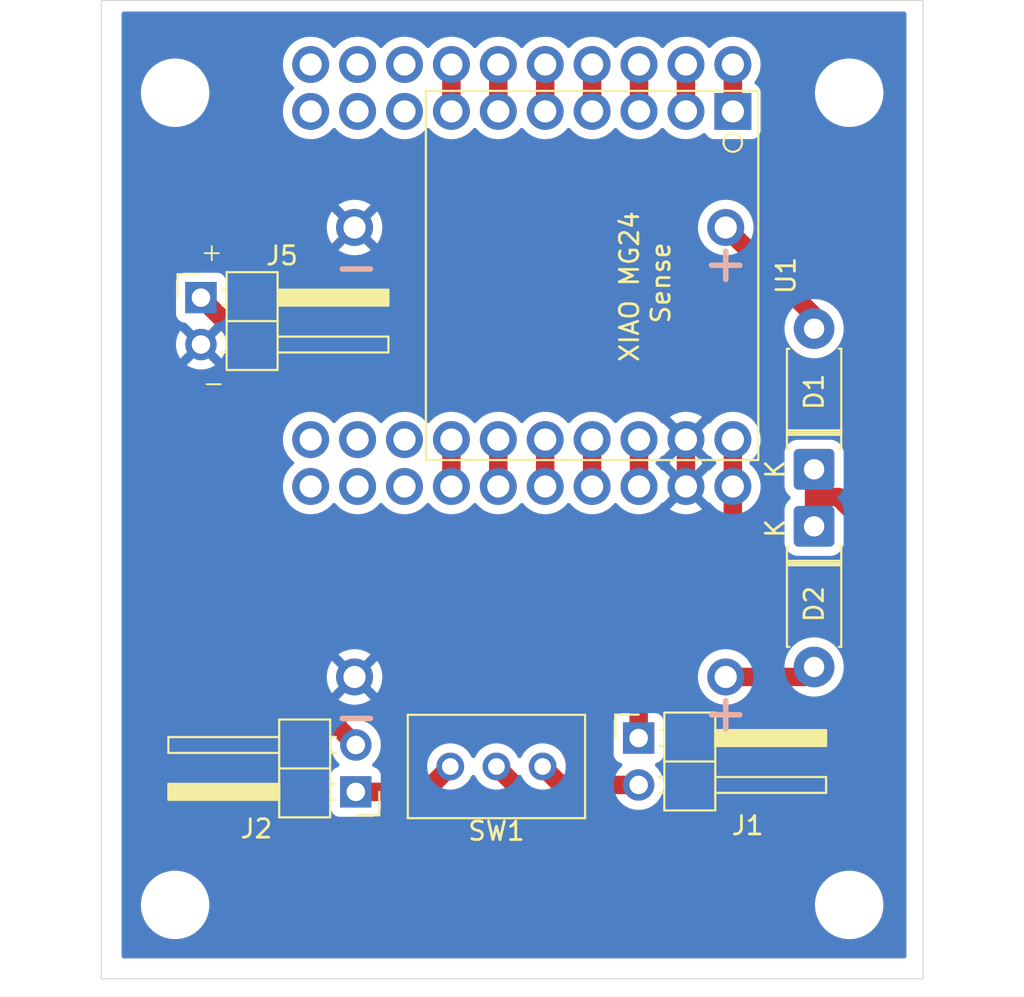
<source format=kicad_pcb>
(kicad_pcb (version 20241229) (generator "pcbnew") (generator_version "9.0")
  (layers (0 "F.Cu" signal) (2 "B.Cu" signal) (13 "F.Paste" user) (15 "B.Paste" user) (5 "F.SilkS" user "F.Silkscreen") (7 "B.SilkS" user "B.Silkscreen") (1 "F.Mask" user) (3 "B.Mask" user) (25 "Edge.Cuts" user))
  (net 0 "")
  (net 1 "GND")
  (net 2 "Net-(BT1-+)")
  (net 3 "Net-(J1-Pin_2)")
  (net 4 "Net-(J2-Pin_1)")
  (net 5 "Net-(J2-Pin_2)")
  (net 6 "5V")
  (net 7 "unconnected-(U1-D3{slash}PB01-Pad4)")
  (net 8 "unconnected-(U1-D5{slash}PC05{slash}SCL-Pad6)")
  (net 9 "unconnected-(U1-D10{slash}PA00-Pad11)")
  (net 10 "unconnected-(U1-3V3-Pad12)")
  (net 11 "unconnected-(U1-D4{slash}PC04{slash}SDA-Pad5)_1")
  (net 12 "Net-(BT2-+)")
  (net 13 "Net-(D1-K)")
  (net 14 "unconnected-(U1-D7{slash}PC07{slash}RX-Pad8)")
  (net 15 "unconnected-(U1-D9{slash}PA04{slash}MISO-Pad10)")
  (net 16 "unconnected-(U1-D1{slash}PA09-Pad2)")
  (net 17 "unconnected-(U1-D2{slash}PB00-Pad3)_1")
  (net 18 "unconnected-(U1-D0{slash}PA08-Pad1)")
  (net 19 "unconnected-(U1-D8{slash}PA03{slash}SCK-Pad9)_1")
  (net 20 "unconnected-(U1-D6{slash}PC06{slash}TX-Pad7)_1")
  (footprint "Diode_THT:D_DO-41_SOD81_P7.62mm_Horizontal" (layer "F.Cu") (at 236.6 50.4 90)
    (property "Reference" "D1" (at 4.2 0 90) (layer "F.SilkS"))
    (property "Value" "D_Schottky")
    (fp_line (start 6.53 -1.47) (end 6.53 -1.34) (stroke (width 0.12)) (layer "F.SilkS"))
    (fp_line (start 2.11 -1.47) (end 2.11 1.47) (stroke (width 0.12)) (layer "F.SilkS"))
    (fp_line (start 1.99 -1.47) (end 1.99 1.47) (stroke (width 0.12)) (layer "F.SilkS"))
    (fp_line (start 1.87 -1.47) (end 1.87 1.47) (stroke (width 0.12)) (layer "F.SilkS"))
    (fp_line (start 1.09 -1.47) (end 6.53 -1.47) (stroke (width 0.12)) (layer "F.SilkS"))
    (fp_line (start 1.09 -1.34) (end 1.09 -1.47) (stroke (width 0.12)) (layer "F.SilkS"))
    (fp_line (start 1.09 1.34) (end 1.09 1.47) (stroke (width 0.12)) (layer "F.SilkS"))
    (fp_line (start 6.53 1.47) (end 6.53 1.34) (stroke (width 0.12)) (layer "F.SilkS"))
    (fp_line (start 1.09 1.47) (end 6.53 1.47) (stroke (width 0.12)) (layer "F.SilkS"))
    (fp_text user "K" (at 0 -2.1 90) (layer "F.SilkS"))
    (pad "1" thru_hole roundrect (at 0 0 90) (size 2.2 2.2) (drill 1.1) (layers "*.Cu" "*.Mask") (roundrect_rratio 0.113636) (net 13 "Net-(D1-K)"))
    (pad "2" thru_hole circle (at 7.62 0 90) (size 2.2 2.2) (drill 1.1) (layers "*.Cu" "*.Mask") (net 2 "Net-(BT1-+)"))
  )
  (footprint "MountingHole:MountingHole_3.2mm_M3" (layer "F.Cu") (at 238.5 74)
    (property "Reference" "REF**" (hide yes))
    (property "Value" "MountingHole_3.2mm_M3")
    (pad "" np_thru_hole circle (at 0 0) (size 3.2 3.2) (drill 3.2) (layers "*.Cu" "*.Mask"))
  )
  (footprint "Connector_PinHeader_2.54mm:PinHeader_1x02_P2.54mm_Horizontal" (layer "F.Cu") (at 227.1 64.96)
    (property "Reference" "J1" (at 5.9 4.74 0) (layer "F.SilkS"))
    (property "Value" "Conn_01x02_Pin")
    (fp_line (start -1.27 -1.27) (end 0 -1.27) (stroke (width 0.12)) (layer "F.SilkS"))
    (fp_line (start -1.27 0) (end -1.27 -1.27) (stroke (width 0.12)) (layer "F.SilkS"))
    (fp_line (start 1.077358 2.11) (end 1.39 2.11) (stroke (width 0.12)) (layer "F.SilkS"))
    (fp_line (start 1.077358 2.97) (end 1.39 2.97) (stroke (width 0.12)) (layer "F.SilkS"))
    (fp_line (start 1.16 -0.43) (end 1.39 -0.43) (stroke (width 0.12)) (layer "F.SilkS"))
    (fp_line (start 1.16 0.43) (end 1.39 0.43) (stroke (width 0.12)) (layer "F.SilkS"))
    (fp_line (start 1.39 -1.38) (end 1.39 3.92) (stroke (width 0.12)) (layer "F.SilkS"))
    (fp_line (start 1.39 1.27) (end 4.15 1.27) (stroke (width 0.12)) (layer "F.SilkS"))
    (fp_line (start 1.39 3.92) (end 4.15 3.92) (stroke (width 0.12)) (layer "F.SilkS"))
    (fp_line (start 4.15 -1.38) (end 1.39 -1.38) (stroke (width 0.12)) (layer "F.SilkS"))
    (fp_line (start 4.15 2.11) (end 10.15 2.11) (stroke (width 0.12)) (layer "F.SilkS"))
    (fp_line (start 4.15 3.92) (end 4.15 -1.38) (stroke (width 0.12)) (layer "F.SilkS"))
    (fp_line (start 10.15 2.11) (end 10.15 2.97) (stroke (width 0.12)) (layer "F.SilkS"))
    (fp_line (start 10.15 2.97) (end 4.15 2.97) (stroke (width 0.12)) (layer "F.SilkS"))
    (fp_rect (start 4.15 -0.43) (end 10.15 0.43) (stroke (width 0.12)) (fill yes) (layer "F.SilkS"))
    (pad "1" thru_hole rect (at 0 0) (size 1.7 1.7) (drill 1) (layers "*.Cu" "*.Mask") (net 6 "5V"))
    (pad "2" thru_hole circle (at 0 2.54) (size 1.7 1.7) (drill 1) (layers "*.Cu" "*.Mask") (net 3 "Net-(J1-Pin_2)"))
  )
  (footprint "Connector_PinHeader_2.54mm:PinHeader_1x02_P2.54mm_Horizontal" (layer "F.Cu") (at 203.4 41.1)
    (property "Reference" "J5" (at 4.385 -2.27 0) (layer "F.SilkS"))
    (property "Value" "Conn_01x02_Pin")
    (fp_line (start -1.27 -1.27) (end 0 -1.27) (stroke (width 0.12)) (layer "F.SilkS"))
    (fp_line (start -1.27 0) (end -1.27 -1.27) (stroke (width 0.12)) (layer "F.SilkS"))
    (fp_line (start 1.077358 2.11) (end 1.39 2.11) (stroke (width 0.12)) (layer "F.SilkS"))
    (fp_line (start 1.077358 2.97) (end 1.39 2.97) (stroke (width 0.12)) (layer "F.SilkS"))
    (fp_line (start 1.16 -0.43) (end 1.39 -0.43) (stroke (width 0.12)) (layer "F.SilkS"))
    (fp_line (start 1.16 0.43) (end 1.39 0.43) (stroke (width 0.12)) (layer "F.SilkS"))
    (fp_line (start 1.39 -1.38) (end 1.39 3.92) (stroke (width 0.12)) (layer "F.SilkS"))
    (fp_line (start 1.39 1.27) (end 4.15 1.27) (stroke (width 0.12)) (layer "F.SilkS"))
    (fp_line (start 1.39 3.92) (end 4.15 3.92) (stroke (width 0.12)) (layer "F.SilkS"))
    (fp_line (start 4.15 -1.38) (end 1.39 -1.38) (stroke (width 0.12)) (layer "F.SilkS"))
    (fp_line (start 4.15 2.11) (end 10.15 2.11) (stroke (width 0.12)) (layer "F.SilkS"))
    (fp_line (start 4.15 3.92) (end 4.15 -1.38) (stroke (width 0.12)) (layer "F.SilkS"))
    (fp_line (start 10.15 2.11) (end 10.15 2.97) (stroke (width 0.12)) (layer "F.SilkS"))
    (fp_line (start 10.15 2.97) (end 4.15 2.97) (stroke (width 0.12)) (layer "F.SilkS"))
    (fp_rect (start 4.15 -0.43) (end 10.15 0.43) (stroke (width 0.12)) (fill yes) (layer "F.SilkS"))
    (pad "1" thru_hole rect (at 0 0) (size 1.7 1.7) (drill 1) (layers "*.Cu" "*.Mask") (net 5 "Net-(J2-Pin_2)"))
    (pad "2" thru_hole circle (at 0 2.54) (size 1.7 1.7) (drill 1) (layers "*.Cu" "*.Mask") (net 1 "GND"))
  )
  (footprint "XIAO-MG24-Sense:XIAO-MG24-Sense_10pin" (layer "F.Cu") (at 224.58 39.9 -90)
    (property "Reference" "U1" (at 0 -10.5 90) (layer "F.SilkS"))
    (property "Value" "XIAO-MG24-Sense")
    (fp_line (start -10 9) (end 10 9) (stroke (width 0.12)) (layer "F.SilkS"))
    (fp_line (start 10 9) (end 10 -9) (stroke (width 0.12)) (layer "F.SilkS"))
    (fp_line (start -10 -9) (end -10 9) (stroke (width 0.12)) (layer "F.SilkS"))
    (fp_line (start 10 -9) (end -10 -9) (stroke (width 0.12)) (layer "F.SilkS"))
    (fp_circle (center -7.2 -7.62) (end -6.7 -7.62) (stroke (width 0.12)) (fill no) (layer "F.SilkS"))
    (fp_text user "Sense" (at 0.4 -3.72 90) (layer "F.SilkS"))
    (fp_text user "XIAO MG24" (at 0.6 -2.02 90) (layer "F.SilkS"))
    (pad "" thru_hole circle (at -11.43 10.16 270) (size 2 2) (drill 1.2) (layers "*.Cu" "*.Mask"))
    (pad "" thru_hole circle (at -11.43 12.7 270) (size 2 2) (drill 1.2) (layers "*.Cu" "*.Mask"))
    (pad "" thru_hole circle (at -11.43 15.24 270) (size 2 2) (drill 1.2) (layers "*.Cu" "*.Mask"))
    (pad "" thru_hole circle (at -8.89 10.16 270) (size 2 2) (drill 1.2) (layers "*.Cu" "*.Mask"))
    (pad "" thru_hole circle (at -8.89 12.7 270) (size 2 2) (drill 1.2) (layers "*.Cu" "*.Mask"))
    (pad "" thru_hole circle (at -8.89 15.24 270) (size 2 2) (drill 1.2) (layers "*.Cu" "*.Mask"))
    (pad "" thru_hole circle (at 8.89 10.16 270) (size 2 2) (drill 1.2) (layers "*.Cu" "*.Mask"))
    (pad "" thru_hole circle (at 8.89 12.7 270) (size 2 2) (drill 1.2) (layers "*.Cu" "*.Mask"))
    (pad "" thru_hole circle (at 8.89 15.24 270) (size 2 2) (drill 1.2) (layers "*.Cu" "*.Mask"))
    (pad "" thru_hole circle (at 11.43 10.16 270) (size 2 2) (drill 1.2) (layers "*.Cu" "*.Mask"))
    (pad "" thru_hole circle (at 11.43 12.7 270) (size 2 2) (drill 1.2) (layers "*.Cu" "*.Mask"))
    (pad "" thru_hole circle (at 11.43 15.24 270) (size 2 2) (drill 1.2) (layers "*.Cu" "*.Mask"))
    (pad "1" thru_hole circle (at -11.43 -7.62 270) (size 2 2) (drill 1.2) (layers "*.Cu" "*.Mask") (net 18 "unconnected-(U1-D0{slash}PA08-Pad1)"))
    (pad "1" thru_hole rect (at -8.89 -7.62 270) (size 2 2) (drill 1.2) (layers "*.Cu" "*.Mask") (net 18 "unconnected-(U1-D0{slash}PA08-Pad1)"))
    (pad "2" thru_hole circle (at -11.43 -5.08 270) (size 2 2) (drill 1.2) (layers "*.Cu" "*.Mask") (net 16 "unconnected-(U1-D1{slash}PA09-Pad2)"))
    (pad "2" thru_hole circle (at -8.89 -5.08 270) (size 2 2) (drill 1.2) (layers "*.Cu" "*.Mask") (net 16 "unconnected-(U1-D1{slash}PA09-Pad2)"))
    (pad "3" thru_hole circle (at -11.43 -2.54 270) (size 2 2) (drill 1.2) (layers "*.Cu" "*.Mask") (net 17 "unconnected-(U1-D2{slash}PB00-Pad3)_1"))
    (pad "3" thru_hole circle (at -8.89 -2.54 270) (size 2 2) (drill 1.2) (layers "*.Cu" "*.Mask") (net 17 "unconnected-(U1-D2{slash}PB00-Pad3)_1"))
    (pad "4" thru_hole circle (at -11.43 0 270) (size 2 2) (drill 1.2) (layers "*.Cu" "*.Mask") (net 7 "unconnected-(U1-D3{slash}PB01-Pad4)"))
    (pad "4" thru_hole circle (at -8.89 0 270) (size 2 2) (drill 1.2) (layers "*.Cu" "*.Mask") (net 7 "unconnected-(U1-D3{slash}PB01-Pad4)"))
    (pad "5" thru_hole circle (at -11.43 2.54 270) (size 2 2) (drill 1.2) (layers "*.Cu" "*.Mask") (net 11 "unconnected-(U1-D4{slash}PC04{slash}SDA-Pad5)_1"))
    (pad "5" thru_hole circle (at -8.89 2.54 270) (size 2 2) (drill 1.2) (layers "*.Cu" "*.Mask") (net 11 "unconnected-(U1-D4{slash}PC04{slash}SDA-Pad5)_1"))
    (pad "6" thru_hole circle (at -11.43 5.08 270) (size 2 2) (drill 1.2) (layers "*.Cu" "*.Mask") (net 8 "unconnected-(U1-D5{slash}PC05{slash}SCL-Pad6)"))
    (pad "6" thru_hole circle (at -8.89 5.08 270) (size 2 2) (drill 1.2) (layers "*.Cu" "*.Mask") (net 8 "unconnected-(U1-D5{slash}PC05{slash}SCL-Pad6)"))
    (pad "7" thru_hole circle (at -11.43 7.62 270) (size 2 2) (drill 1.2) (layers "*.Cu" "*.Mask") (net 20 "unconnected-(U1-D6{slash}PC06{slash}TX-Pad7)_1"))
    (pad "7" thru_hole circle (at -8.89 7.62 270) (size 2 2) (drill 1.2) (layers "*.Cu" "*.Mask") (net 20 "unconnected-(U1-D6{slash}PC06{slash}TX-Pad7)_1"))
    (pad "8" thru_hole circle (at 8.89 7.62 270) (size 2 2) (drill 1.2) (layers "*.Cu" "*.Mask") (net 14 "unconnected-(U1-D7{slash}PC07{slash}RX-Pad8)"))
    (pad "8" thru_hole circle (at 11.43 7.62 270) (size 2 2) (drill 1.2) (layers "*.Cu" "*.Mask") (net 14 "unconnected-(U1-D7{slash}PC07{slash}RX-Pad8)"))
    (pad "9" thru_hole circle (at 8.89 5.08 270) (size 2 2) (drill 1.2) (layers "*.Cu" "*.Mask") (net 19 "unconnected-(U1-D8{slash}PA03{slash}SCK-Pad9)_1"))
    (pad "9" thru_hole circle (at 11.43 5.08 270) (size 2 2) (drill 1.2) (layers "*.Cu" "*.Mask") (net 19 "unconnected-(U1-D8{slash}PA03{slash}SCK-Pad9)_1"))
    (pad "10" thru_hole circle (at 8.89 2.54 270) (size 2 2) (drill 1.2) (layers "*.Cu" "*.Mask") (net 15 "unconnected-(U1-D9{slash}PA04{slash}MISO-Pad10)"))
    (pad "10" thru_hole circle (at 11.43 2.54 270) (size 2 2) (drill 1.2) (layers "*.Cu" "*.Mask") (net 15 "unconnected-(U1-D9{slash}PA04{slash}MISO-Pad10)"))
    (pad "11" thru_hole circle (at 8.89 0 270) (size 2 2) (drill 1.2) (layers "*.Cu" "*.Mask") (net 9 "unconnected-(U1-D10{slash}PA00-Pad11)"))
    (pad "11" thru_hole circle (at 11.43 0 270) (size 2 2) (drill 1.2) (layers "*.Cu" "*.Mask") (net 9 "unconnected-(U1-D10{slash}PA00-Pad11)"))
    (pad "12" thru_hole circle (at 8.89 -2.54 270) (size 2 2) (drill 1.2) (layers "*.Cu" "*.Mask" "Dwgs.User") (net 10 "unconnected-(U1-3V3-Pad12)"))
    (pad "12" thru_hole circle (at 11.43 -2.54 270) (size 2 2) (drill 1.2) (layers "*.Cu" "*.Mask" "Dwgs.User") (net 10 "unconnected-(U1-3V3-Pad12)"))
    (pad "13" thru_hole circle (at 8.89 -5.08 270) (size 2 2) (drill 1.2) (layers "*.Cu" "*.Mask") (net 1 "GND"))
    (pad "13" thru_hole circle (at 11.43 -5.08 270) (size 2 2) (drill 1.2) (layers "*.Cu" "*.Mask") (net 1 "GND"))
    (pad "14" thru_hole circle (at 8.89 -7.62 270) (size 2 2) (drill 1.2) (layers "*.Cu" "*.Mask") (net 6 "5V"))
    (pad "14" thru_hole circle (at 11.43 -7.62 270) (size 2 2) (drill 1.2) (layers "*.Cu" "*.Mask") (net 6 "5V"))
  )
  (footprint "MountingHole:MountingHole_3.2mm_M3" (layer "F.Cu") (at 202 30)
    (property "Reference" "REF**" (hide yes))
    (property "Value" "MountingHole_3.2mm_M3")
    (pad "" np_thru_hole circle (at 0 0) (size 3.2 3.2) (drill 3.2) (layers "*.Cu" "*.Mask"))
  )
  (footprint "Connector_PinHeader_2.54mm:PinHeader_1x02_P2.54mm_Horizontal" (layer "F.Cu") (at 211.785 67.875 180)
    (property "Reference" "J2" (at 5.385 -2 0) (layer "F.SilkS"))
    (property "Value" "Conn_01x02_Pin")
    (fp_line (start 10.15 2.97) (end 4.15 2.97) (stroke (width 0.12)) (layer "F.SilkS"))
    (fp_line (start 10.15 2.11) (end 10.15 2.97) (stroke (width 0.12)) (layer "F.SilkS"))
    (fp_line (start 4.15 3.92) (end 4.15 -1.38) (stroke (width 0.12)) (layer "F.SilkS"))
    (fp_line (start 4.15 2.11) (end 10.15 2.11) (stroke (width 0.12)) (layer "F.SilkS"))
    (fp_line (start 4.15 -1.38) (end 1.39 -1.38) (stroke (width 0.12)) (layer "F.SilkS"))
    (fp_line (start 1.39 3.92) (end 4.15 3.92) (stroke (width 0.12)) (layer "F.SilkS"))
    (fp_line (start 1.39 1.27) (end 4.15 1.27) (stroke (width 0.12)) (layer "F.SilkS"))
    (fp_line (start 1.39 -1.38) (end 1.39 3.92) (stroke (width 0.12)) (layer "F.SilkS"))
    (fp_line (start 1.16 0.43) (end 1.39 0.43) (stroke (width 0.12)) (layer "F.SilkS"))
    (fp_line (start 1.16 -0.43) (end 1.39 -0.43) (stroke (width 0.12)) (layer "F.SilkS"))
    (fp_line (start 1.077358 2.97) (end 1.39 2.97) (stroke (width 0.12)) (layer "F.SilkS"))
    (fp_line (start 1.077358 2.11) (end 1.39 2.11) (stroke (width 0.12)) (layer "F.SilkS"))
    (fp_line (start -1.27 0) (end -1.27 -1.27) (stroke (width 0.12)) (layer "F.SilkS"))
    (fp_line (start -1.27 -1.27) (end 0 -1.27) (stroke (width 0.12)) (layer "F.SilkS"))
    (fp_rect (start 4.15 -0.43) (end 10.15 0.43) (stroke (width 0.12)) (fill yes) (layer "F.SilkS"))
    (pad "1" thru_hole rect (at 0 0 180) (size 1.7 1.7) (drill 1) (layers "*.Cu" "*.Mask") (net 4 "Net-(J2-Pin_1)"))
    (pad "2" thru_hole circle (at 0 2.54 180) (size 1.7 1.7) (drill 1) (layers "*.Cu" "*.Mask") (net 5 "Net-(J2-Pin_2)"))
  )
  (footprint "Diode_THT:D_DO-41_SOD81_P7.62mm_Horizontal" (layer "F.Cu") (at 236.6 53.49 -90)
    (property "Reference" "D2" (at 4.21 0 90) (layer "F.SilkS"))
    (property "Value" "D_Schottky")
    (fp_line (start 1.09 1.47) (end 6.53 1.47) (stroke (width 0.12)) (layer "F.SilkS"))
    (fp_line (start 6.53 1.47) (end 6.53 1.34) (stroke (width 0.12)) (layer "F.SilkS"))
    (fp_line (start 1.09 1.34) (end 1.09 1.47) (stroke (width 0.12)) (layer "F.SilkS"))
    (fp_line (start 1.09 -1.34) (end 1.09 -1.47) (stroke (width 0.12)) (layer "F.SilkS"))
    (fp_line (start 1.09 -1.47) (end 6.53 -1.47) (stroke (width 0.12)) (layer "F.SilkS"))
    (fp_line (start 1.87 -1.47) (end 1.87 1.47) (stroke (width 0.12)) (layer "F.SilkS"))
    (fp_line (start 1.99 -1.47) (end 1.99 1.47) (stroke (width 0.12)) (layer "F.SilkS"))
    (fp_line (start 2.11 -1.47) (end 2.11 1.47) (stroke (width 0.12)) (layer "F.SilkS"))
    (fp_line (start 6.53 -1.47) (end 6.53 -1.34) (stroke (width 0.12)) (layer "F.SilkS"))
    (fp_text user "K" (at 0.11 2.1 90) (layer "F.SilkS"))
    (pad "1" thru_hole roundrect (at 0 0 270) (size 2.2 2.2) (drill 1.1) (layers "*.Cu" "*.Mask") (roundrect_rratio 0.113636) (net 13 "Net-(D1-K)"))
    (pad "2" thru_hole circle (at 7.62 0 270) (size 2.2 2.2) (drill 1.1) (layers "*.Cu" "*.Mask") (net 12 "Net-(BT2-+)"))
  )
  (footprint "SS12D00G3:SS12D00G3" (layer "F.Cu") (at 221.9 66.5 180)
    (property "Reference" "SW1" (at 2.5 -3.5 0) (layer "F.SilkS"))
    (property "Value" "SS12D00G3")
    (fp_line (start 7.3 -2.8) (end 7.3 2.8) (stroke (width 0.12)) (layer "F.SilkS"))
    (fp_line (start -2.3 2.8) (end 7.3 2.8) (stroke (width 0.12)) (layer "F.SilkS"))
    (fp_line (start -2.3 -2.8) (end 7.3 -2.8) (stroke (width 0.12)) (layer "F.SilkS"))
    (fp_line (start -2.3 -2.8) (end -2.3 2.8) (stroke (width 0.12)) (layer "F.SilkS"))
    (pad "1" thru_hole circle (at 0 0 180) (size 1.5 1.5) (drill 0.9) (layers "*.Cu" "*.Mask") (net 3 "Net-(J1-Pin_2)"))
    (pad "2" thru_hole circle (at 2.5 0 180) (size 1.5 1.5) (drill 0.9) (layers "*.Cu" "*.Mask") (net 13 "Net-(D1-K)"))
    (pad "3" thru_hole circle (at 5 0 180) (size 1.5 1.5) (drill 0.9) (layers "*.Cu" "*.Mask") (net 4 "Net-(J2-Pin_1)"))
  )
  (footprint "MountingHole:MountingHole_3.2mm_M3" (layer "F.Cu") (at 238.5 30)
    (property "Reference" "REF**" (hide yes))
    (property "Value" "MountingHole_3.2mm_M3")
    (pad "" np_thru_hole circle (at 0 0) (size 3.2 3.2) (drill 3.2) (layers "*.Cu" "*.Mask"))
  )
  (footprint "MountingHole:MountingHole_3.2mm_M3" (layer "F.Cu") (at 202 74)
    (property "Reference" "REF**" (hide yes))
    (property "Value" "MountingHole_3.2mm_M3")
    (pad "" np_thru_hole circle (at 0 0) (size 3.2 3.2) (drill 3.2) (layers "*.Cu" "*.Mask"))
  )
  (footprint "CR2032-holder:CR2032-Holder" (layer "B.Cu") (at 221.815 37.3 180)
    (property "Reference" "BT1" (hide yes))
    (property "Value" "CR2032_Holder" (hide yes))
    (fp_text user "-" (at 10 -2.1 0) (layer "B.SilkS") (effects (font (size 2 2) (thickness 0.3)) (justify mirror)))
    (fp_text user "+" (at -10 -1.9 0) (layer "B.SilkS") (effects (font (size 2 2) (thickness 0.3)) (justify mirror)))
    (pad "1" thru_hole circle (at -10 0 180) (size 2 2) (drill 1.2) (layers "*.Cu" "*.Mask") (net 2 "Net-(BT1-+)"))
    (pad "2" thru_hole circle (at 10.1 0 180) (size 2 2) (drill 1.2) (layers "*.Cu" "*.Mask") (net 1 "GND"))
  )
  (footprint "CR2032-holder:CR2032-Holder" (layer "B.Cu") (at 221.815 61.65 180)
    (property "Reference" "BT2" (hide yes))
    (property "Value" "CR2032_Holder" (hide yes))
    (fp_text user "-" (at 10 -2.1 0) (layer "B.SilkS") (effects (font (size 2 2) (thickness 0.3)) (justify mirror)))
    (fp_text user "+" (at -10 -1.9 0) (layer "B.SilkS") (effects (font (size 2 2) (thickness 0.3)) (justify mirror)))
    (pad "1" thru_hole circle (at -10 0 180) (size 2 2) (drill 1.2) (layers "*.Cu" "*.Mask") (net 12 "Net-(BT2-+)"))
    (pad "2" thru_hole circle (at 10.1 0 180) (size 2 2) (drill 1.2) (layers "*.Cu" "*.Mask") (net 1 "GND"))
  )
  (gr_rect (start 198 25) (end 242.5 78) (stroke (width 0.05)) (fill no) (layer "Edge.Cuts"))
  (gr_text "-" (at 203.4 46.3 0) (layer "F.SilkS") (effects (font (size 1 1) (thickness 0.1)) (justify left bottom)))
  (gr_text "+" (at 203.3 39.2 0) (layer "F.SilkS") (effects (font (size 1 1) (thickness 0.1)) (justify left bottom)))
  (segment (start 229.66 48.79) (end 229.66 51.33) (width 1) (layer "F.Cu") (net 1))
  (segment (start 236.6 42.085) (end 236.6 42.78) (width 0.2) (layer "F.Cu") (net 2))
  (segment (start 231.815 37.3) (end 236.6 42.085) (width 1) (layer "F.Cu") (net 2))
  (segment (start 222.9 67.5) (end 227.1 67.5) (width 1) (layer "F.Cu") (net 3))
  (segment (start 221.9 66.5) (end 222.9 67.5) (width 1) (layer "F.Cu") (net 3))
  (segment (start 215.525 67.875) (end 216.9 66.5) (width 1) (layer "F.Cu") (net 4))
  (segment (start 211.785 67.875) (end 215.525 67.875) (width 1) (layer "F.Cu") (net 4))
  (segment (start 211.785 65.335) (end 206.35 59.9) (width 1) (layer "F.Cu") (net 5))
  (segment (start 206.3 44) (end 206.3 59.9) (width 1) (layer "F.Cu") (net 5))
  (segment (start 206.35 59.9) (end 206.3 59.9) (width 0.2) (layer "F.Cu") (net 5))
  (segment (start 203.4 41.1) (end 206.3 44) (width 1) (layer "F.Cu") (net 5))
  (segment (start 227.1 60.6) (end 232.2 55.5) (width 1) (layer "F.Cu") (net 6))
  (segment (start 232.2 48.79) (end 232.2 51.33) (width 1) (layer "F.Cu") (net 6))
  (segment (start 227.1 64.96) (end 227.1 60.6) (width 1) (layer "F.Cu") (net 6))
  (segment (start 232.2 55.5) (end 232.2 51.33) (width 1) (layer "F.Cu") (net 6))
  (segment (start 224.58 28.47) (end 224.58 31.01) (width 1) (layer "F.Cu") (net 7))
  (segment (start 219.5 28.47) (end 219.5 31.01) (width 1) (layer "F.Cu") (net 8))
  (segment (start 224.58 48.79) (end 224.58 51.33) (width 1) (layer "F.Cu") (net 9))
  (segment (start 227.12 48.79) (end 227.12 51.33) (width 1) (layer "F.Cu") (net 10))
  (segment (start 227.1 51.39) (end 227.16 51.33) (width 0.2) (layer "F.Cu") (net 10))
  (segment (start 222.04 28.47) (end 222.04 31.01) (width 1) (layer "F.Cu") (net 11))
  (segment (start 231.815 61.65) (end 236.06 61.65) (width 1) (layer "F.Cu") (net 12))
  (segment (start 236.06 61.65) (end 236.6 61.11) (width 0.2) (layer "F.Cu") (net 12))
  (segment (start 235.5 70.4) (end 239.9 66) (width 1) (layer "F.Cu") (net 13))
  (segment (start 236.6 50.4) (end 236.6 51.8) (width 1) (layer "F.Cu") (net 13))
  (segment (start 239.9 66) (end 239.9 53.9) (width 1) (layer "F.Cu") (net 13))
  (segment (start 237.9 51.9) (end 239.9 53.9) (width 1) (layer "F.Cu") (net 13))
  (segment (start 236.6 51.9) (end 237.9 51.9) (width 1) (layer "F.Cu") (net 13))
  (segment (start 219.4 66.5) (end 223.3 70.4) (width 1) (layer "F.Cu") (net 13))
  (segment (start 223.3 70.4) (end 235.5 70.4) (width 1) (layer "F.Cu") (net 13))
  (segment (start 236.6 51.8) (end 236.6 53.49) (width 1) (layer "F.Cu") (net 13))
  (segment (start 216.96 48.79) (end 216.96 51.33) (width 1) (layer "F.Cu") (net 14))
  (segment (start 222.04 48.79) (end 222.04 51.33) (width 1) (layer "F.Cu") (net 15))
  (segment (start 229.66 28.47) (end 229.66 31.01) (width 1) (layer "F.Cu") (net 16))
  (segment (start 227.12 28.47) (end 227.12 31.01) (width 1) (layer "F.Cu") (net 17))
  (segment (start 232.2 28.47) (end 232.2 31.01) (width 1) (layer "F.Cu") (net 18))
  (segment (start 219.5 48.79) (end 219.5 51.33) (width 1) (layer "F.Cu") (net 19))
  (segment (start 216.96 28.47) (end 216.96 31.01) (width 1) (layer "F.Cu") (net 20))
  (zone (net 1) (net_name "GND") (layer "B.Cu") (connect_pads (clearance 0.5)) (min_thickness 0.25) (fill yes (thermal_gap 0.5) (thermal_bridge_width 0.5))
    (polygon (pts (xy 199.1 25.6) (xy 199.1 76.9) (xy 241.6 76.9) (xy 241.6 25.6)))
  )
)
</source>
